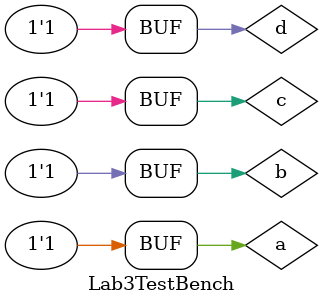
<source format=v>
module part1minterm(
    input a,b,c,
    output i
);
    // reference: !A!B + !BC + B!C
    wire notA,notB,notC,BnotC,notBC,notAnotB;

    not(notA,a);
    not(notB,b);
    not(notC,c);

    and(BnotC,b,notC);
    and(notBC,notB,c);
    and(notAnotB,notA,notB);

    or(i,notAnotB,notBC,BnotC);
endmodule

module part1Maxterm(
    input a,b,c,
    output i
);
    // reference: (!A+B+C)(!B+!C)
    wire notA,notB,notC,notABC,notBnotC;

    not(notA,a);
    not(notB,b);
    not(notC,c);

    or(notABC,notA,b,c);
    or(notBnotC,notB,notC);

    and(i,notABC,notBnotC);
endmodule

module part5Minterm(
    input a,b,c,d,
    output i
);
    // reference: !A!C!B+!ADB+!AD!C+A!BCD+AB!C
    wire notA,notB,notC,
        notAnotCnotB,notADB,
        notADnotC,notABCD,ABnotC;

    not(notA,a);
    not(notB,b);
    not(notC,c);

    and(notAnotCnotB,notA,notC,notB);
    and(notADB,notA,d,b);
    and(notADnotC,notA,d,notC);
    and(AnotBCD,a,notB,c,d);
    and(ABnotC,a,b,notC);

    or(i,notAnotCnotB,notADB,notADnotC,AnotBCD,ABnotC);
endmodule

module part5Maxterm(
    input a,b,c,d,
    output i
);
    // reference: (!A+!B+!C)(!A+B+C)(A+!B+D)(A+B+!C)(!C+D)
    wire notA,notB,notC,
        notAnotBnotC,notABC,AnotBD,
        ABnotC,notCD;

    not(notA,a);
    not(notB,b);
    not(notC,c);

    or(notAnotBnotC,notA,notB,notC);
    or(notABC,notA,b,c);
    or(AnotBD,a,notB,d);
    or(ABnotC,a,b,notC);
    or(notCD,notC,d);

    and(i,notAnotBnotC,notABC,AnotBD,ABnotC,notCD);
endmodule

module Lab3TestBench;
    reg a,b,c,d;
    wire oneMinterm,oneMaxterm,fiveMinterm,fiveMaxterm;

    part1minterm P1Min(a,b,c,oneMinterm);
    part1Maxterm P1Max(a,b,c,oneMaxterm);
    part5Minterm P5Min(a,b,c,d,fiveMinterm);
    part5Maxterm P5Max(a,b,c,d,fiveMaxterm);

    initial begin
        #1 a=0;b=0;c=0;
        $display("part1 minterm: !A!B + !BC + B!C");
        $monitor("a=%b, b=%b, c=%b : i=%b",a,b,c,oneMinterm);
        #1 a=0;b=0;c=1;
        #1 a=0;b=1;c=0;
        #1 a=0;b=1;c=1;
        #1 a=1;b=0;c=0;
        #1 a=1;b=0;c=1;
        #1 a=1;b=1;c=0;
        #1 a=1;b=1;c=1;

        #1 a=0;b=0;c=0;
        $display("\npart1 maxterm: (!A+B+C)(!B+!C)");
        $monitor("a=%b, b=%b, c=%b : i1=%b",a,b,c,oneMaxterm);
        #1 a=0;b=0;c=1;
        #1 a=0;b=1;c=0;
        #1 a=0;b=1;c=1;
        #1 a=1;b=0;c=0;
        #1 a=1;b=0;c=1;
        #1 a=1;b=1;c=0;
        #1 a=1;b=1;c=1;

        #1 a=0;b=0;c=0;d=0;
        $display("\npart5 minterm: !A!C!B+!ADB+!AD!C+A!BCD+AB!C");
        $monitor("a=%b, b=%b, c=%b, d=%b : i1=%b",a,b,c,d,fiveMinterm);
        #1 a=0;b=0;c=0;d=1;
        #1 a=0;b=0;c=1;d=0;
        #1 a=0;b=0;c=1;d=1;
        #1 a=0;b=1;c=0;d=0;
        #1 a=0;b=1;c=0;d=1;
        #1 a=0;b=1;c=1;d=0;
        #1 a=0;b=1;c=1;d=1;
        #1 a=1;b=0;c=0;d=0;
        #1 a=1;b=0;c=0;d=1;
        #1 a=1;b=0;c=1;d=0;
        #1 a=1;b=0;c=1;d=1;
        #1 a=1;b=1;c=0;d=0;
        #1 a=1;b=1;c=0;d=1;
        #1 a=1;b=1;c=1;d=0;
        #1 a=1;b=1;c=1;d=1;

        #1 a=0;b=0;c=0;d=0;
        $display("\npart5 maxterm: (!A+!B+!C)(!A+B+C)(A+!B+D)(A+B+!C)(!C+D)");
        $monitor("a=%b, b=%b, c=%b, d=%b : i1=%b",a,b,c,d,fiveMaxterm);
        #1 a=0;b=0;c=0;d=1;
        #1 a=0;b=0;c=1;d=0;
        #1 a=0;b=0;c=1;d=1;
        #1 a=0;b=1;c=0;d=0;
        #1 a=0;b=1;c=0;d=1;
        #1 a=0;b=1;c=1;d=0;
        #1 a=0;b=1;c=1;d=1;
        #1 a=1;b=0;c=0;d=0;
        #1 a=1;b=0;c=0;d=1;
        #1 a=1;b=0;c=1;d=0;
        #1 a=1;b=0;c=1;d=1;
        #1 a=1;b=1;c=0;d=0;
        #1 a=1;b=1;c=0;d=1;
        #1 a=1;b=1;c=1;d=0;
        #1 a=1;b=1;c=1;d=1;
    end
endmodule

</source>
